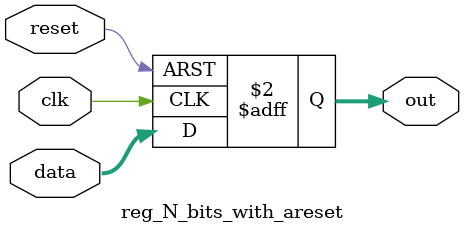
<source format=v>
module reg_N_bits_with_areset
#(parameter N =8)(input clk, reset,
						input wire[N-1:0] data,
						output reg [N-1:0] out);
						
	always @(posedge clk, posedge reset)
		if(reset) out <=0;
		else out <= data;
	
endmodule 
</source>
